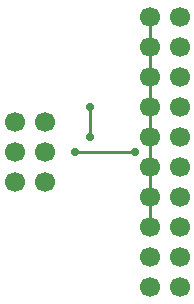
<source format=gbl>
%FSLAX46Y46*%
%MOMM*%
%ADD10C,0.250000*%
%AMPS12*
1,1,1.700000,0.000000,0.000000*
%
%ADD12PS12*%
%AMPS11*
1,1,1.700000,0.000000,0.000000*
%
%ADD11PS11*%
%AMPS13*
1,1,0.700000,0.000000,0.000000*
%
%ADD13PS13*%
G01*
%LPD*%
G01*
%LPD*%
D10*
X5080000Y1270000D02*
X5080000Y3810000D01*
D10*
X3810000Y0D02*
X8890000Y0D01*
D10*
X10160000Y3810000D02*
X10160000Y6350000D01*
D10*
X10160000Y-1270000D02*
X10160000Y1270000D01*
D10*
X10160000Y-1270000D02*
X10160000Y-2220000D01*
D10*
X10160000Y-3810000D02*
X10160000Y-6350000D01*
D10*
X10160000Y9840000D02*
X10160000Y11430000D01*
D10*
X10160000Y-2220000D02*
X10160000Y-3810000D01*
D10*
X10160000Y8890000D02*
X10160000Y9840000D01*
D10*
X10160000Y1270000D02*
X10160000Y3810000D01*
D10*
X10160000Y6350000D02*
X10160000Y8890000D01*
G75*
D11*
X12700000Y11430000D03*
D11*
X12700000Y3810000D03*
D11*
X10160000Y3810000D03*
D11*
X10160000Y6350000D03*
D11*
X12700000Y-3810000D03*
D11*
X12700000Y-8890000D03*
D11*
X12700000Y6350000D03*
D11*
X12700000Y-1270000D03*
D11*
X10160000Y-8890000D03*
D11*
X10160000Y-1270000D03*
D11*
X10160000Y11430000D03*
D11*
X12700000Y1270000D03*
D11*
X10160000Y1270000D03*
D11*
X12700000Y-6350000D03*
D11*
X10160000Y-11430000D03*
D11*
X12700000Y8890000D03*
D11*
X10160000Y-6350000D03*
D11*
X12700000Y-11430000D03*
D11*
X10160000Y8890000D03*
D11*
X10160000Y-3810000D03*
D12*
X1270000Y0D03*
D12*
X-1270000Y2540000D03*
D12*
X1270000Y2540000D03*
D12*
X-1270000Y-2540000D03*
D12*
X-1270000Y0D03*
D12*
X1270000Y-2540000D03*
D13*
X3810000Y0D03*
D13*
X5080000Y3810000D03*
D13*
X5080000Y1270000D03*
D13*
X8890000Y0D03*
M02*

</source>
